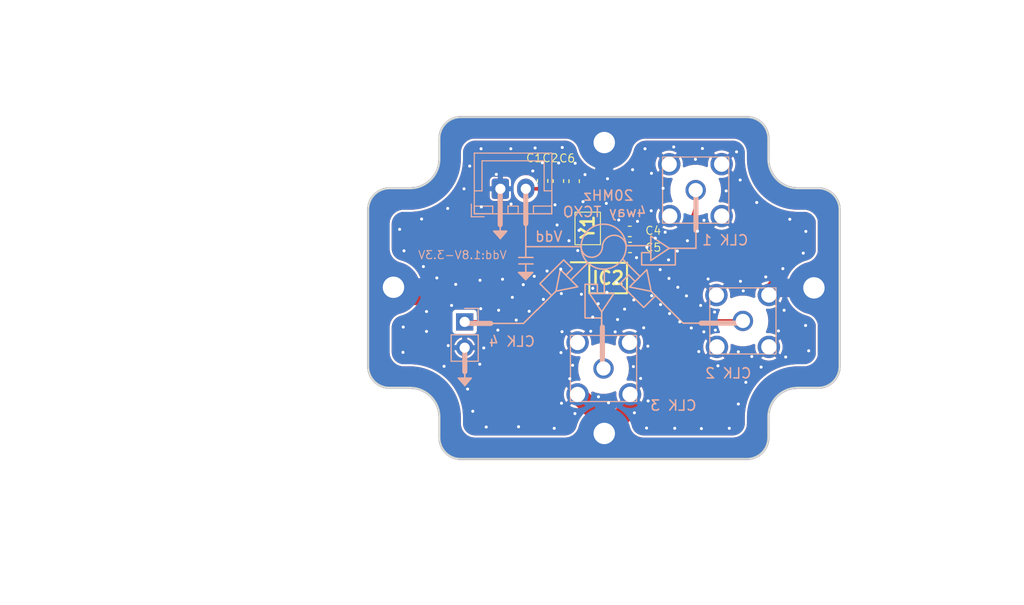
<source format=kicad_pcb>
(kicad_pcb (version 20240108) (generator "pcbnew") (generator_version "8.0")
  (layers (0 "F.Cu" signal) (1 "In1.Cu" signal) (2 "In2.Cu" signal) (31 "B.Cu" signal) (34 "B.Paste" user) (35 "F.Paste" user) (36 "B.SilkS" user "B.Silkscreen") (37 "F.SilkS" user "F.Silkscreen") (38 "B.Mask" user) (39 "F.Mask" user) (44 "Edge.Cuts" user))
  (net 0 "")
  (net 1 "GND")
  (net 2 "Net-(IC2-Y0)")
  (net 3 "Net-(IC2-Y2)")
  (net 4 "Net-(IC2-Y3)")
  (net 5 "Net-(IC2-Y1)")
  (net 6 "Net-(IC2-CLKIN)")
  (net 7 "/Vdd")
  (footprint "Capacitor_SMD:C_0603_1608Metric" (layer "F.Cu") (at 145.161 57.0106 90)
    (property "Reference" "C1" (at 2.2482 -0.8382 0) (layer "F.SilkS") (effects (font (size 0.8 0.8) (thickness 0.1))))
    (property "Value" "10uf")
    (fp_line (start -0.14058 -0.51) (end 0.14058 -0.51) (stroke (width 0.12)) (layer "F.SilkS"))
    (fp_line (start -0.14058 0.51) (end 0.14058 0.51) (stroke (width 0.12)) (layer "F.SilkS"))
    (pad "1" smd roundrect (at -0.775 0 90) (size 0.9 0.95) (layers "F.Cu" "F.Paste" "F.Mask") (net 7 "/Vdd"))
    (pad "2" smd roundrect (at 0.775 0 90) (size 0.9 0.95) (layers "F.Cu" "F.Paste" "F.Mask") (net 1 "GND"))
  )
  (footprint "MUSIC_Lab:CLKDivider_SOP65P640X120-8N" (layer "F.Cu") (at 151.6006 66.5578)
    (property "Reference" "IC2" (at 0 0 0) (layer "F.SilkS") (effects (font (size 1.27 1.27) (thickness 0.254))))
    (property "Value" "CLKDivider_5PB1104PGGI" (hide yes))
    (fp_line (start -3.675 -1.55) (end -2.2 -1.55) (stroke (width 0.2)) (layer "F.SilkS"))
    (fp_line (start -1.85 -1.5) (end 1.85 -1.5) (stroke (width 0.2)) (layer "F.SilkS"))
    (fp_line (start -1.85 1.5) (end -1.85 -1.5) (stroke (width 0.2)) (layer "F.SilkS"))
    (fp_line (start 1.85 -1.5) (end 1.85 1.5) (stroke (width 0.2)) (layer "F.SilkS"))
    (fp_line (start 1.85 1.5) (end -1.85 1.5) (stroke (width 0.2)) (layer "F.SilkS"))
    (pad "1" smd rect (at -2.938 -0.975 90) (size 0.45 1.475) (layers "F.Cu" "F.Paste" "F.Mask") (net 6 "Net-(IC2-CLKIN)"))
    (pad "2" smd rect (at -2.938 -0.325 90) (size 0.45 1.475) (layers "F.Cu" "F.Paste" "F.Mask") (net 7 "/Vdd"))
    (pad "3" smd rect (at -2.938 0.325 90) (size 0.45 1.475) (layers "F.Cu" "F.Paste" "F.Mask") (net 2 "Net-(IC2-Y0)"))
    (pad "4" smd rect (at -2.938 0.975 90) (size 0.45 1.475) (layers "F.Cu" "F.Paste" "F.Mask") (net 1 "GND"))
    (pad "5" smd rect (at 2.938 0.975 90) (size 0.45 1.475) (layers "F.Cu" "F.Paste" "F.Mask") (net 3 "Net-(IC2-Y2)"))
    (pad "6" smd rect (at 2.938 0.325 90) (size 0.45 1.475) (layers "F.Cu" "F.Paste" "F.Mask") (net 7 "/Vdd"))
    (pad "7" smd rect (at 2.938 -0.325 90) (size 0.45 1.475) (layers "F.Cu" "F.Paste" "F.Mask") (net 4 "Net-(IC2-Y3)"))
    (pad "8" smd rect (at 2.938 -0.975 90) (size 0.45 1.475) (layers "F.Cu" "F.Paste" "F.Mask") (net 5 "Net-(IC2-Y1)"))
  )
  (footprint "Capacitor_SMD:C_0603_1608Metric" (layer "F.Cu") (at 148.2598 57.036 90)
    (property "Reference" "C6" (at 2.2482 -0.6858 0) (layer "F.SilkS") (effects (font (size 0.8 0.8) (thickness 0.1))))
    (property "Value" "0.1nF")
    (fp_line (start -0.14058 -0.51) (end 0.14058 -0.51) (stroke (width 0.12)) (layer "F.SilkS"))
    (fp_line (start -0.14058 0.51) (end 0.14058 0.51) (stroke (width 0.12)) (layer "F.SilkS"))
    (pad "1" smd roundrect (at -0.775 0 90) (size 0.9 0.95) (layers "F.Cu" "F.Paste" "F.Mask") (net 7 "/Vdd"))
    (pad "2" smd roundrect (at 0.775 0 90) (size 0.9 0.95) (layers "F.Cu" "F.Paste" "F.Mask") (net 1 "GND"))
  )
  (footprint "Capacitor_SMD:C_0603_1608Metric" (layer "F.Cu") (at 146.7104 57.023 90)
    (property "Reference" "C2" (at 2.2606 -0.7874 0) (layer "F.SilkS") (effects (font (size 0.8 0.8) (thickness 0.1))))
    (property "Value" "0.1uF")
    (fp_line (start -0.14058 -0.51) (end 0.14058 -0.51) (stroke (width 0.12)) (layer "F.SilkS"))
    (fp_line (start -0.14058 0.51) (end 0.14058 0.51) (stroke (width 0.12)) (layer "F.SilkS"))
    (pad "1" smd roundrect (at -0.775 0 90) (size 0.9 0.95) (layers "F.Cu" "F.Paste" "F.Mask") (net 7 "/Vdd"))
    (pad "2" smd roundrect (at 0.775 0 90) (size 0.9 0.95) (layers "F.Cu" "F.Paste" "F.Mask") (net 1 "GND"))
  )
  (footprint "MUSIC_Lab:Outline_3x2_cavity_20231207" (layer "F.Cu") (at 92.112414 68.368333)
    (property "Reference" "outline1" (hide yes))
    (property "Value" "~" (hide yes))
    (fp_poly (pts (arc (start 40.014266 -10.63046) (mid 42.065222 -11.479792) (end 42.915266 -13.53046)) (arc (start 42.915266 -15.53146) (mid 43.519059 -17.004615) (end 44.983086 -17.630228)) (arc (start 73.218048 -17.630228) (mid 74.636163 -16.979894) (end 75.215266 -15.531228)) (arc (start 75.215266 -13.53046) (mid 76.065266 -11.479773) (end 78.116266 -10.63046)) (arc (start 80.115266 -10.63046) (mid 81.600154 -10.015368) (end 82.215266 -8.53046)) (arc (start 82.215266 6.870172) (mid 81.600201 8.355102) (end 80.115266 8.970172)) (arc (start 78.116266 8.970172) (mid 76.065327 9.819526) (end 75.215266 11.870172)) (arc (start 75.215266 13.871172) (mid 74.600141 15.355749) (end 73.115266 15.970172)) (arc (start 45.015266 15.970172) (mid 43.530389 15.355755) (end 42.915266 13.871171)) (arc (start 42.915266 11.870171) (mid 42.065217 9.819513) (end 40.014266 8.970171)) (arc (start 38.015266 8.970171) (mid 36.530329 8.355108) (end 35.915266 6.870171)) (arc (start 35.915266 -8.53046) (mid 36.530335 -10.015387) (end 38.015266 -10.63046))) (stroke (width 0.2)) (fill none) (layer "Edge.Cuts"))
    (pad "1" thru_hole circle (at 38.398739 -0.903309) (size 3 3) (drill 2.1) (layers "*.Cu" "*.Mask") (net 1 "GND"))
    (pad "1" thru_hole custom (at 59.10404 -15.129639) (size 3 3) (drill 2.1) (layers "*.Cu" "*.Mask") (net 1 "GND") (options (clearance outline) (anchor circle)) (primitives (gr_rect (start -14.1641 -2.491458) (end 14.10596 -0.489264) (width 0.2) (fill yes)) (gr_line (start -14.117481 -2.5) (end -14.117481 -2.5) (width 0.2)) (gr_arc (start -3.872983 -0.5) (mid -2.954391 -0.185897) (end -2.420613 0.625) (width 0.2)) (gr_arc (start 2.420614 0.625) (mid 0 2.499999) (end -2.420614 0.625) (width 0.2)) (gr_arc (start 2.420614 0.625) (mid 2.954419 -0.185861) (end 3.872983 -0.5) (width 0.2)) (gr_arc (start 12.614699 -0.5) (mid 13.675348 -0.060649) (end 14.1147 0.999999) (width 0.2)) (gr_line (start 14.114699 1.600113) (end 14.114699 0.999999) (width 0.2)) (gr_arc (start 14.117481 -2.5) (mid 15.535602 -1.849667) (end 16.114706 -0.401) (width 0.2)) (gr_line (start 16.114699 1.599768) (end 16.114699 -0.401) (width 0.2)) (gr_arc (start 19.015699 4.499768) (mid 16.964748 3.650436) (end 16.114732 1.599768) (width 0.2)) (gr_line (start 21.014699 4.499768) (end 19.015699 4.499768) (width 0.2)) (gr_arc (start 19.015699 6.499768) (mid 15.550636 5.06478) (end 14.114692 1.600113) (width 0.2)) (gr_line (start 19.614699 6.499768) (end 19.015699 6.499768) (width 0.2)) (gr_arc (start 19.614699 6.499768) (mid 20.675371 6.939106) (end 21.114732 7.999768) (width 0.2)) (gr_rect (start 21.075272 6.569293) (end 23.114699 22.0004) (width 0.2) (fill yes)) (gr_arc (start 19.990449 16.720375) (mid 20.800747 17.25433) (end 21.114695 18.17255) (width 0.2)) (gr_arc (start 19.990449 16.720375) (mid 18.116681 14.300081) (end 19.990447 11.879785) (width 0.2)) (gr_arc (start 21.014699 4.499768) (mid 22.499635 5.114841) (end 23.114732 6.599768) (width 0.2)) (gr_arc (start 21.114699 10.427617) (mid 20.800784 11.34586) (end 19.990445 11.879775) (width 0.2)) (gr_arc (start 21.114699 20.6004) (mid 20.675365 21.661066) (end 19.614699 22.100399) (width 0.2)) (gr_line (start 19.614699 22.1004) (end 19.015699 22.1004) (width 0.2)) (gr_arc (start 14.114699 27.000055) (mid 15.550667 23.535417) (end 19.015699 22.100399) (width 0.2)) (gr_line (start 14.114699 27.000055) (end 14.114699 27.6004) (width 0.2)) (gr_arc (start 14.114699 27.6004) (mid 13.675365 28.661066) (end 12.614699 29.100399) (width 0.2)) (gr_rect (start -14.085301 29.100168) (end 14.074699 31.1004) (width 0.2) (fill yes)) (gr_arc (start -14.085301 31.1004) (mid -15.570176 30.485982) (end -16.185301 29.001399) (width 0.2)) (gr_line (start -16.185301 27.000399) (end -16.185301 29.001399) (width 0.2)) (gr_arc (start -19.086301 24.100399) (mid -17.035349 24.94974) (end -16.185301 27.000399) (width 0.2)) (gr_line (start -21.085301 24.100399) (end -19.086301 24.100399) (width 0.2)) (gr_arc (start -21.085301 24.100399) (mid -22.570236 23.485334) (end -23.185301 22.000399) (width 0.2)) (gr_rect (start -23.183263 6.46226) (end -21.185301 21.990399) (width 0.2) (fill yes)) (gr_line (start -23.185301 6.599768) (end -23.185301 6.599768) (width 0.2)) (gr_arc (start -19.685301 22.100399) (mid -20.745973 21.661071) (end -21.185301 20.600399) (width 0.2)) (gr_line (start -19.685301 22.100399) (end -19.086301 22.100399) (width 0.2)) (gr_arc (start -19.086301 22.100399) (mid -15.621245 23.535393) (end -14.185301 27.000055) (width 0.2)) (gr_line (start -14.185301 27.000055) (end -14.185301 27.6004) (width 0.2)) (gr_arc (start -12.685301 29.1004) (mid -13.745973 28.661072) (end -14.185301 27.6004) (width 0.2)) (gr_arc (start -2.421076 27.974326) (mid -2.95473 28.785908) (end -3.873722 29.1004) (width 0.2)) (gr_arc (start -2.421076 27.974326) (mid 0 26.097536) (end 2.421076 27.974326) (width 0.2)) (gr_arc (start 3.873722 29.1004) (mid 2.954756 28.785874) (end 2.421077 27.974326) (width 0.2)) (gr_arc (start 16.114699 29.0014) (mid 15.499568 30.485976) (end 14.014699 31.100399) (width 0.2)) (gr_line (start 16.114699 27.0004) (end 16.114699 29.0014) (width 0.2)) (gr_arc (start 16.114699 27.0004) (mid 16.964759 24.949753) (end 19.015699 24.100399) (width 0.2)) (gr_line (start 21.014699 24.1004) (end 19.015699 24.1004) (width 0.2)) (gr_arc (start 23.114699 22.0004) (mid 22.499629 23.48533) (end 21.014699 24.100399) (width 0.2)) (gr_circle (center 0 0) (end 1 0) (width 0.2) (fill no)) (gr_circle (center 0 28.597536) (end 1 28.597536) (width 0.2) (fill no)) (gr_circle (center 20.616699 14.300084) (end 21.616699 14.300084) (width 0.2) (fill no)) (gr_poly (pts (xy -19.685301 14.300084) (xy -19.704516 14.104994) (xy -19.761421 13.917401) (xy -19.853831 13.744514) (xy -19.978194 13.592977) (xy -20.129731 13.468614) (xy -20.302618 13.376204) (xy -20.490211 13.319299) (xy -20.685301 13.300084) (xy -20.880391 13.319299) (xy -21.067984 13.376204) (xy -21.240871 13.468614) (xy -21.392408 13.592977) (xy -21.516771 13.744514) (xy -21.609181 13.917401) (xy -21.666086 14.104994) (xy -21.685301 14.300084) (xy -21.666086 14.495174) (xy -21.609181 14.682767) (xy -21.516771 14.855654) (xy -21.392408 15.007191) (xy -21.240871 15.131554) (xy -21.067984 15.223964) (xy -20.880391 15.280869) (xy -20.685301 15.300084) (xy -20.490211 15.280869) (xy -20.302618 15.223964) (xy -20.129731 15.131554) (xy -19.978194 15.007191) (xy -19.853831 14.855654) (xy -19.761421 14.682767) (xy -19.704516 14.495174) (xy -19.685301 14.300084)) (width 0.2) (fill no)) (gr_poly (pts (xy -23.17404 10.239639) (arc (start -21.185301 10.4271) (mid -20.87116 11.345664) (end -20.060301 11.879469)) (arc (start -20.060301 11.879469) (mid -18.185305 14.30008) (end -20.060301 16.720698)) (arc (start -20.060301 16.720698) (mid -20.871162 17.254503) (end -21.185301 18.173067)) (xy -23.18404 18.199639)) (width 0.2) (fill yes)) (gr_poly (pts (xy -4.061183 31.089139) (arc (start -3.873722 29.1004) (mid -2.955158 28.786259) (end -2.421353 27.9754)) (arc (start -2.421353 27.9754) (mid -0.000742 26.100404) (end 2.419876 27.9754)) (arc (start 2.419876 27.9754) (mid 2.953681 28.786261) (end 3.872245 29.1004)) (xy 3.898817 31.099139)) (width 0.2) (fill yes)) (gr_poly (pts (xy 4.254003 -2.479042) (arc (start 4.066542 -0.490303) (mid 3.147978 -0.176162) (end 2.614173 0.634697)) (arc (start 2.614173 0.634697) (mid 0.193562 2.509693) (end -2.227056 0.634697)) (arc (start -2.227056 0.634697) (mid -2.760861 -0.176164) (end -3.679425 -0.490303)) (xy -3.705997 -2.489042)) (width 0.2) (fill yes)) (gr_poly (pts (xy 23.103438 18.360011) (arc (start 21.114699 18.17255) (mid 20.800558 17.253986) (end 19.989699 16.720181)) (arc (start 19.989699 16.720181) (mid 18.114703 14.29957) (end 19.989699 11.878952)) (arc (start 19.989699 11.878952) (mid 20.80056 11.345147) (end 21.114699 10.426583)) (xy 23.113438 10.400011)) (width 0.2) (fill yes)) (gr_poly (pts (arc (start -19.085188 22.100399) (mid -15.620532 23.536352) (end -14.185533 27.001399)) (arc (start -14.185533 27.600399) (mid -13.746198 28.661067) (end -12.685533 29.100399)) (arc (start -14.085533 31.100399) (mid -15.570462 30.485331) (end -16.185533 29.000399)) (arc (start -16.185533 27.001399) (mid -17.034868 24.950444) (end -19.085533 24.100399)) (arc (start -21.086533 24.100399) (mid -22.55969 23.496607) (end -23.185301 22.032579)) (arc (start -21.185301 20.600399) (mid -20.745958 21.661049) (end -19.685302 22.100399))) (width 0.2) (fill yes)) (gr_poly (pts (arc (start -14.185301 1.600113) (mid -15.621254 5.064769) (end -19.086301 6.499768)) (arc (start -19.685301 6.499768) (mid -20.745969 6.939103) (end -21.185301 7.999768)) (arc (start -23.185301 6.599768) (mid -22.570233 5.114839) (end -21.085301 4.499768)) (arc (start -19.086301 4.499768) (mid -17.035346 3.650433) (end -16.185301 1.599768)) (arc (start -16.185301 -0.401232) (mid -15.581509 -1.874389) (end -14.117481 -2.5)) (arc (start -12.685301 -0.5) (mid -13.745951 -0.060657) (end -14.185301 0.999999))) (width 0.2) (fill yes)) (gr_poly (pts (arc (start 14.114699 27.000055) (mid 15.550652 23.535399) (end 19.015699 22.1004)) (arc (start 19.614699 22.1004) (mid 20.675367 21.661065) (end 21.114699 20.6004)) (arc (start 23.114699 22.0004) (mid 22.499631 23.485329) (end 21.014699 24.1004)) (arc (start 19.015699 24.1004) (mid 16.964744 24.949735) (end 16.114699 27.0004)) (arc (start 16.114699 29.0014) (mid 15.510907 30.474557) (end 14.046879 31.100168)) (arc (start 12.614699 29.100168) (mid 13.675349 28.660825) (end 14.114699 27.600169))) (width 0.2) (fill yes)) (gr_poly (pts (arc (start 19.014354 6.5) (mid 15.549698 5.064047) (end 14.114699 1.599)) (arc (start 14.114699 1) (mid 13.675364 -0.060668) (end 12.614699 -0.5)) (arc (start 14.014699 -2.5) (mid 15.499628 -1.884932) (end 16.114699 -0.4)) (arc (start 16.114699 1.599) (mid 16.964034 3.649955) (end 19.014699 4.5)) (arc (start 21.015699 4.5) (mid 22.488856 5.103792) (end 23.114467 6.56782)) (arc (start 21.114467 8) (mid 20.675124 6.93935) (end 19.614468 6.5))) (width 0.2) (fill yes))))
    (pad "1" thru_hole circle (at 59.10404 13.467897) (size 3 3) (drill 2.1) (layers "*.Cu" "*.Mask") (net 1 "GND"))
    (pad "1" thru_hole circle (at 79.699312 -0.844793) (size 3 3) (drill 2.1) (layers "*.Cu" "*.Mask") (net 1 "GND"))
  )
  (footprint "Capacitor_SMD:C_0603_1608Metric" (layer "F.Cu") (at 153.7462 63.5508)
    (property "Reference" "C5" (at 2.286 0.005 0) (layer "F.SilkS") (effects (font (size 0.8 0.8) (thickness 0.1))))
    (property "Value" "0.1nF")
    (fp_line (start -0.14058 -0.51) (end 0.14058 -0.51) (stroke (width 0.12)) (layer "F.SilkS"))
    (fp_line (start -0.14058 0.51) (end 0.14058 0.51) (stroke (width 0.12)) (layer "F.SilkS"))
    (pad "1" smd roundrect (at -0.775 0) (size 0.9 0.95) (layers "F.Cu" "F.Paste" "F.Mask") (net 7 "/Vdd"))
    (pad "2" smd roundrect (at 0.775 0) (size 0.9 0.95) (layers "F.Cu" "F.Paste" "F.Mask") (net 1 "GND"))
  )
  (footprint "MUSIC_Lab:TXCO_ECSTXO3225MV400TR" (layer "F.Cu") (at 149.5704 61.6896 -90)
    (property "Reference" "Y1" (at -0.1454 -0.0152 90) (layer "F.SilkS") (effects (font (size 1.27 1.27) (thickness 0.254))))
    (property "Value" "TCXO_ECS-TXO-3225MV-400-TR" (hide yes))
    (fp_line (start -1.15 2) (end -1.15 2) (stroke (width 0.1)) (layer "F.SilkS"))
    (fp_line (start -1.15 1.9) (end -1.15 1.9) (stroke (width 0.1)) (layer "F.SilkS"))
    (fp_rect (start -1.61 -1.27) (end 1.59 1.23) (stroke (width 0.1)) (fill none) (layer "F.SilkS"))
    (fp_arc (start -1.15 2) (mid -1.2 1.95) (end -1.15 1.9) (stroke (width 0.1)) (layer "F.SilkS"))
    (fp_arc (start -1.15 1.9) (mid -1.1 1.95) (end -1.15 2) (stroke (width 0.1)) (layer "F.SilkS"))
    (pad "1" smd rect (at -1.15 0.95) (size 1.1 1.3) (layers "F.Cu" "F.Paste" "F.Mask") (net 7 "/Vdd"))
    (pad "2" smd rect (at 1.15 0.95) (size 1.1 1.3) (layers "F.Cu" "F.Paste" "F.Mask") (net 1 "GND"))
    (pad "3" smd rect (at 1.15 -0.95) (size 1.1 1.3) (layers "F.Cu" "F.Paste" "F.Mask") (net 6 "Net-(IC2-CLKIN)"))
    (pad "4" smd rect (at -1.15 -0.95) (size 1.1 1.3) (layers "F.Cu" "F.Paste" "F.Mask") (net 7 "/Vdd"))
  )
  (footprint "Capacitor_SMD:C_0603_1608Metric" (layer "F.Cu") (at 153.7208 61.976)
    (property "Reference" "C4" (at 2.3114 -0.0762 0) (layer "F.SilkS") (effects (font (size 0.8 0.8) (thickness 0.1))))
    (property "Value" "1uF")
    (fp_line (start -0.14058 -0.51) (end 0.14058 -0.51) (stroke (width 0.12)) (layer "F.SilkS"))
    (fp_line (start -0.14058 0.51) (end 0.14058 0.51) (stroke (width 0.12)) (layer "F.SilkS"))
    (pad "1" smd roundrect (at -0.775 0) (size 0.9 0.95) (layers "F.Cu" "F.Paste" "F.Mask") (net 7 "/Vdd"))
    (pad "2" smd roundrect (at 0.775 0) (size 0.9 0.95) (layers "F.Cu" "F.Paste" "F.Mask") (net 1 "GND"))
  )
  (footprint "Connector_PinHeader_2.54mm:PinHeader_1x02_P2.54mm_Vertical" (layer "B.Cu") (at 137.5064 70.866 180)
    (property "Reference" "J1" (hide yes))
    (property "Value" "Conn_01x02_Pin")
    (fp_line (start 1.33 -1.27) (end -1.33 -1.27) (stroke (width 0.12)) (layer "B.SilkS"))
    (fp_line (start 1.33 -3.87) (end 1.33 -1.27) (stroke (width 0.12)) (layer "B.SilkS"))
    (fp_line (start 1.33 -3.87) (end -1.33 -3.87) (stroke (width 0.12)) (layer "B.SilkS"))
    (fp_line (start 0 1.33) (end -1.33 1.33) (stroke (width 0.12)) (layer "B.SilkS"))
    (fp_line (start -1.33 1.33) (end -1.33 0) (stroke (width 0.12)) (layer "B.SilkS"))
    (fp_line (start -1.33 -3.87) (end -1.33 -1.27) (stroke (width 0.12)) (layer "B.SilkS"))
    (pad "1" thru_hole rect (at 0 0 180) (size 1.7 1.7) (drill 1) (layers "*.Cu" "*.Mask") (net 2 "Net-(IC2-Y0)"))
    (pad "2" thru_hole oval (at 0 -2.54 180) (size 1.7 1.7) (drill 1) (layers "*.Cu" "*.Mask") (net 1 "GND"))
  )
  (footprint "MUSIC_Lab:SMA_KHD_Back" (layer "B.Cu") (at 160.1978 57.912)
    (property "Reference" "J4" (hide yes))
    (property "Value" "Conn_01x02_Pin")
    (fp_rect (start 3.25 -3.25) (end -3.25 3.25) (stroke (width 0.12)) (fill none) (layer "B.SilkS"))
    (pad "1" thru_hole circle (at 0 0) (size 2 2) (drill 1.4) (layers "*.Cu" "*.Mask") (net 5 "Net-(IC2-Y1)"))
    (pad "2" thru_hole circle (at -2.6 -2.54) (size 2.2 2.2) (drill 1.5) (layers "*.Cu" "*.Mask") (net 1 "GND") (thermal_bridge_width 0.5) (thermal_gap 0.25))
    (pad "2" thru_hole circle (at -2.55 2.55) (size 2.2 2.2) (drill 1.5) (layers "*.Cu" "*.Mask") (net 1 "GND") (thermal_bridge_width 0.5) (thermal_gap 0.25))
    (pad "2" thru_hole circle (at 2.55 -2.55) (size 2.2 2.2) (drill 1.5) (layers "*.Cu" "*.Mask") (net 1 "GND") (thermal_bridge_width 0.5) (thermal_gap 0.25))
    (pad "2" thru_hole circle (at 2.55 2.55) (size 2.2 2.2) (drill 1.5) (layers "*.Cu" "*.Mask") (net 1 "GND") (thermal_bridge_width 0.5) (thermal_gap 0.25))
    (zone (net 0) (net_name "") (layers "*.Cu") (connect_pads (clearance 0)) (min_thickness 0.25)
      (keepout (tracks allowed) (vias not_allowed) (pads allowed) (copperpour not_allowed) (footprints allowed))
      (fill (thermal_gap 0.5) (thermal_bridge_width 0.5))
      (polygon (pts (xy 162.6978 57.912) (xy 162.678087 58.225333) (xy 162.619258 58.533725) (xy 162.522241 58.832311) (xy 162.388567 59.116384) (xy 162.220342 59.381463) (xy 162.020222 59.623368) (xy 161.79136 59.838283) (xy 161.537367 60.02282) (xy 161.262248 60.174068) (xy 160.970342 60.289641) (xy 160.666253 60.367718) (xy 160.354776 60.407067) (xy 160.040824 60.407067) (xy 159.729347 60.367718) (xy 159.425258 60.289641) (xy 159.133352 60.174068) (xy 158.858233 60.02282) (xy 158.60424 59.838283) (xy 158.375378 59.623368) (xy 158.175258 59.381463) (xy 158.007033 59.116384) (xy 157.873359 58.832311) (xy 157.776342 58.533725) (xy 157.717513 58.225333) (xy 157.6978 57.912) (xy 157.717513 57.598667) (xy 157.776342 57.290275) (xy 157.873359 56.991689) (xy 158.007033 56.707616) (xy 158.175258 56.442537) (xy 158.375378 56.200632) (xy 158.60424 55.985717) (xy 158.858233 55.80118) (xy 159.133352 55.649932) (xy 159.425258 55.534359) (xy 159.729347 55.456282) (xy 160.040824 55.416933) (xy 160.354776 55.416933) (xy 160.666253 55.456282) (xy 160.970342 55.534359) (xy 161.262248 55.649932) (xy 161.537367 55.80118) (xy 161.79136 55.985717) (xy 162.020222 56.200632) (xy 162.220342 56.442537) (xy 162.388567 56.707616) (xy 162.522241 56.991689) (xy 162.619258 57.290275) (xy 162.678087 57.598667)))
    )
  )
  (footprint "MUSIC_Lab:SMA_KHD_Back" (layer "B.Cu") (at 151.1454 75.448 180)
    (property "Reference" "J2" (hide yes))
    (property "Value" "Conn_01x02_Pin")
    (fp_rect (start 3.25 -3.25) (end -3.25 3.25) (stroke (width 0.12)) (fill none) (layer "B.SilkS"))
    (pad "1" thru_hole circle (at 0 0 180) (size 2 2) (drill 1.4) (layers "*.Cu" "*.Mask") (net 3 "Net-(IC2-Y2)"))
    (pad "2" thru_hole circle (at -2.6 -2.54 180) (size 2.2 2.2) (drill 1.5) (layers "*.Cu" "*.Mask") (net 1 "GND") (thermal_bridge_width 0.5) (thermal_gap 0.25))
    (pad "2" thru_hole circle (at -2.55 2.55 180) (size 2.2 2.2) (drill 1.5) (layers "*.Cu" "*.Mask") (net 1 "GND") (thermal_bridge_width 0.5) (thermal_gap 0.25))
    (pad "2" thru_hole circle (at 2.55 -2.55 180) (size 2.2 2.2) (drill 1.5) (layers "*.Cu" "*.Mask") (net 1 "GND") (thermal_bridge_width 0.5) (thermal_gap 0.25))
    (pad "2" thru_hole circle (at 2.55 2.55 180) (size 2.2 2.2) (drill 1.5) (layers "*.Cu" "*.Mask") (net 1 "GND") (thermal_bridge_width 0.5) (thermal_gap 0.25))
    (zone (net 0) (net_name "") (layers "*.Cu") (connect_pads (clearance 0)) (min_thickness 0.25)
      (keepout (tracks allowed) (vias not_allowed) (pads allowed) (copperpour not_allowed) (footprints allowed))
      (fill (thermal_gap 0.5) (thermal_bridge_width 0.5))
      (polygon (pts (xy 148.6454 75.448) (xy 148.665113 75.134667) (xy 148.723942 74.826275) (xy 148.820959 74.527689) (xy 148.954633 74.243616) (xy 149.122858 73.978537) (xy 149.322978 73.736632) (xy 149.55184 73.521717) (xy 149.805833 73.33718) (xy 150.080952 73.185932) (xy 150.372858 73.070359) (xy 150.676947 72.992282) (xy 150.988424 72.952933) (xy 151.302376 72.952933) (xy 151.613853 72.992282) (xy 151.917942 73.070359) (xy 152.209848 73.185932) (xy 152.484967 73.33718) (xy 152.73896 73.521717) (xy 152.967822 73.736632) (xy 153.167942 73.978537) (xy 153.336167 74.243616) (xy 153.469841 74.527689) (xy 153.566858 74.826275) (xy 153.625687 75.134667) (xy 153.6454 75.448) (xy 153.625687 75.761333) (xy 153.566858 76.069725) (xy 153.469841 76.368311) (xy 153.336167 76.652384) (xy 153.167942 76.917463) (xy 152.967822 77.159368) (xy 152.73896 77.374283) (xy 152.484967 77.55882) (xy 152.209848 77.710068) (xy 151.917942 77.825641) (xy 151.613853 77.903718) (xy 151.302376 77.943067) (xy 150.988424 77.943067) (xy 150.676947 77.903718) (xy 150.372858 77.825641) (xy 150.080952 77.710068) (xy 149.805833 77.55882) (xy 149.55184 77.374283) (xy 149.322978 77.159368) (xy 149.122858 76.917463) (xy 148.954633 76.652384) (xy 148.820959 76.368311) (xy 148.723942 76.069725) (xy 148.665113 75.761333)))
    )
  )
  (footprint "MUSIC_Lab:SMA_KHD_Back" (layer "B.Cu") (at 164.836 70.7744)
    (property "Reference" "J3" (hide yes))
    (property "Value" "Conn_01x02_Pin")
    (fp_rect (start 3.25 -3.25) (end -3.25 3.25) (stroke (width 0.12)) (fill none) (layer "B.SilkS"))
    (pad "1" thru_hole circle (at 0 0) (size 2 2) (drill 1.4) (layers "*.Cu" "*.Mask") (net 4 "Net-(IC2-Y3)"))
    (pad "2" thru_hole circle (at -2.6 -2.54) (size 2.2 2.2) (drill 1.5) (layers "*.Cu" "*.Mask") (net 1 "GND") (thermal_bridge_width 0.5) (thermal_gap 0.25))
    (pad "2" thru_hole circle (at -2.55 2.55) (size 2.2 2.2) (drill 1.5) (layers "*.Cu" "*.Mask") (net 1 "GND") (thermal_bridge_width 0.5) (thermal_gap 0.25))
    (pad "2" thru_hole circle (at 2.55 -2.55) (size 2.2 2.2) (drill 1.5) (layers "*.Cu" "*.Mask") (net 1 "GND") (thermal_bridge_width 0.5) (thermal_gap 0.25))
    (pad "2" thru_hole circle (at 2.55 2.55) (size 2.2 2.2) (drill 1.5) (layers "*.Cu" "*.Mask") (net 1 "GND") (thermal_bridge_width 0.5) (thermal_gap 0.25))
    (zone (net 0) (net_name "") (layers "*.Cu") (connect_pads (clearance 0)) (min_thickness 0.25)
      (keepout (tracks allowed) (vias not_allowed) (pads allowed) (copperpour not_allowed) (footprints allowed))
      (fill (thermal_gap 0.5) (thermal_bridge_width 0.5))
      (polygon (pts (xy 167.336 70.7744) (xy 167.316287 71.087733) (xy 167.257458 71.396125) (xy 167.160441 71.694711) (xy 167.026767 71.978784) (xy 166.858542 72.243863) (xy 166.658422 72.485768) (xy 166.42956 72.700683) (xy 166.175567 72.88522) (xy 165.900448 73.036468) (xy 165.608542 73.152041) (xy 165.304453 73.230118) (xy 164.992976 73.269467) (xy 164.679024 73.269467) (xy 164.367547 73.230118) (xy 164.063458 73.152041) (xy 163.771552 73.036468) (xy 163.496433 72.88522) (xy 163.24244 72.700683) (xy 163.013578 72.485768) (xy 162.813458 72.243863) (xy 162.645233 71.978784) (xy 162.511559 71.694711) (xy 162.414542 71.396125) (xy 162.355713 71.087733) (xy 162.336 70.7744) (xy 162.355713 70.461067) (xy 162.414542 70.152675) (xy 162.511559 69.854089) (xy 162.645233 69.570016) (xy 162.813458 69.304937) (xy 163.013578 69.063032) (xy 163.24244 68.848117) (xy 163.496433 68.66358) (xy 163.771552 68.512332) (xy 164.063458 68.396759) (xy 164.367547 68.318682) (xy 164.679024 68.279333) (xy 164.992976 68.279333) (xy 165.304453 68.318682) (xy 165.608542 68.396759) (xy 165.900448 68.512332) (xy 166.175567 68.66358) (xy 166.42956 68.848117) (xy 166.658422 69.063032) (xy 166.858542 69.304937) (xy 167.026767 69.570016) (xy 167.160441 69.854089) (xy 167.257458 70.152675) (xy 167.316287 70.461067)))
    )
  )
  (footprint "Connector_JST:JST_XH_B2B-XH-A_1x02_P2.50mm_Vertical" (layer "B.Cu") (at 141.01 57.785)
    (property "Reference" "J6" (hide yes))
    (property "Value" "Conn_01x02_Pin")
    (fp_line (start -2.85 1.5) (end -2.85 2.75) (stroke (width 0.12)) (layer "B.SilkS"))
    (fp_line (start -2.85 2.75) (end -1.6 2.75) (stroke (width 0.12)) (layer "B.SilkS"))
    (fp_line (start -2.56 -3.51) (end -2.56 2.46) (stroke (width 0.12)) (layer "B.SilkS"))
    (fp_line (start -2.56 2.46) (end 5.06 2.46) (stroke (width 0.12)) (layer "B.SilkS"))
    (fp_line (start -2.55 1.7) (end -2.55 2.45) (stroke (width 0.12)) (layer "B.SilkS"))
    (fp_line (start -2.55 2.45) (end -0.75 2.45) (stroke (width 0.12)) (layer "B.SilkS"))
    (fp_line (start -1.8 -2.75) (end -1.8 0.2) (stroke (width 0.12)) (layer "B.SilkS"))
    (fp_line (start -1.8 0.2) (end -2.55 0.2) (stroke (width 0.12)) (layer "B.SilkS"))
    (fp_line (start -0.75 1.7) (end -2.55 1.7) (stroke (width 0.12)) (layer "B.SilkS"))
    (fp_line (start -0.75 2.45) (end -0.75 1.7) (stroke (width 0.12)) (layer "B.SilkS"))
    (fp_line (start 0.75 1.7) (end 0.75 2.45) (stroke (width 0.12)) (layer "B.SilkS"))
    (fp_line (start 0.75 2.45) (end 1.75 2.45) (stroke (width 0.12)) (layer "B.SilkS"))
    (fp_line (start 1.25 -2.75) (end -1.8 -2.75) (stroke (width 0.12)) (layer "B.SilkS"))
    (fp_line (start 1.25 -2.75) (end 4.3 -2.75) (stroke (width 0.12)) (layer "B.SilkS"))
    (fp_line (start 1.75 1.7) (end 0.75 1.7) (stroke (width 0.12)) (layer "B.SilkS"))
    (fp_line (start 1.75 2.45) (end 1.75 1.7) (stroke (width 0.12)) (layer "B.SilkS"))
    (fp_line (start 3.25 1.7) (end 3.25 2.45) (stroke (width 0.12)) (layer "B.SilkS"))
    (fp_line (start 3.25 2.45) (end 5.05 2.45) (stroke (width 0.12)) (layer "B.SilkS"))
    (fp_line (start 4.3 -2.75) (end 4.3 0.2) (stroke (width 0.12)) (layer "B.SilkS"))
    (fp_line (start 4.3 0.2) (end 5.05 0.2) (stroke (width 0.12)) (layer "B.SilkS"))
    (fp_line (start 5.05 1.7) (end 3.25 1.7) (stroke (width 0.12)) (layer "B.SilkS"))
    (fp_line (start 5.05 2.45) (end 5.05 1.7) (stroke (width 0.12)) (layer "B.SilkS"))
    (fp_line (start 5.06 -3.51) (end -2.56 -3.51) (stroke (width 0.12)) (layer "B.SilkS"))
    (fp_line (start 5.06 2.46) (end 5.06 -3.51) (stroke (width 0.12)) (layer "B.SilkS"))
    (pad "1" thru_hole roundrect (at 0 0) (size 1.7 2) (drill 1) (layers "*.Cu" "*.Mask") (roundrect_rratio 0.147059) (net 1 "GND"))
    (pad "2" thru_hole oval (at 2.5 0) (size 1.7 2) (drill 1) (layers "*.Cu" "*.Mask") (net 7 "/Vdd"))
  )
  (gr_line (start 144.91071 67.093881) (end 147.23002 64.774571) (stroke (width 0.15)) (layer "B.SilkS"))
  (gr_circle (center 151.1554 63.473717) (end 149.62884 65.073917) (stroke (width 0.15)) (fill none) (layer "B.SilkS"))
  (gr_line (start 147.237091 64.781642) (end 148.050264 65.594815) (stroke (width 0.15)) (layer "B.SilkS"))
  (gr_line (start 147.463365 66.252424) (end 148.085619 65.63017) (stroke (width 0.15)) (layer "B.SilkS"))
  (gr_poly (pts (xy 144.1958 66.0106) (xy 142.7988 66.0106) (xy 143.4973 66.7091)) (stroke (width 0.15)) (fill solid) (layer "B.SilkS"))
  (gr_line (start 160.2232 61.5442) (end 160.2232 63.64) (stroke (width 0.15)) (layer "B.SilkS"))
  (gr_line (start 155.824214 67.863519) (end 157.681502 69.720807) (stroke (width 0.15)) (layer "B.SilkS"))
  (gr_line (start 155.109236 69.436361) (end 156.244142 68.301455) (stroke (width 0.15)) (layer "B.SilkS"))
  (gr_poly (pts (xy 141.631739 61.9506) (xy 140.357361 61.9506) (xy 141.007044 62.675246)) (stroke (width 0.15)) (fill solid) (layer "B.SilkS"))
  (gr_line (start 143.2814 71.0184) (end 138.2649 71.0184) (stroke (width 0.15)) (layer "B.SilkS"))
  (gr_line (start 149.3382 67.1729) (end 150.4882 67.1729) (stroke (width 0.15)) (layer "B.SilkS"))
  (gr_line (start 140.9954 57.8866) (end 140.9954 61.3156) (stroke (width 0.5)) (layer "B.SilkS"))
  (gr_line (start 151.22 68.0611) (end 151.22 65.6989) (stroke (width 0.15)) (layer "B.SilkS"))
  (gr_line (start 150.965933 69.876299) (end 150.965933 72.5029) (stroke (width 0.15)) (layer "B.SilkS"))
  (gr_line (start 154.720327 66.400327) (end 153.05 64.73) (stroke (width 0.15)) (layer "B.SilkS"))
  (gr_line (start 143.51 64.5046) (end 143.51 63.4746) (stroke (width 0.15)) (layer "B.SilkS"))
  (gr_poly (pts (xy 155.39915 65.738193) (xy 155.824214 67.863519) (xy 153.698888 67.438455)) (stroke (width 0.15)) (fill none) (layer "B.SilkS"))
  (gr_line (start 154.232424 66.876635) (end 153.61017 66.254381) (stroke (width 0.15)) (layer "B.SilkS"))
  (gr_line (start 143.51 66.2646) (end 143.51 65.184601) (stroke (width 0.15)) (layer "B.SilkS"))
  (gr_poly (pts (xy 138.154695 76.395354) (xy 136.880317 76.395354) (xy 137.53 77.12)) (stroke (width 0.15)) (fill solid) (layer "B.SilkS"))
  (gr_line (start 155.7782 63.3782) (end 153.416 63.3782) (stroke (width 0.15)) (layer "B.SilkS"))
  (gr_line (start 144.651264 69.646998) (end 143.275883 71.022379) (stroke (width 0.15)) (layer "B.SilkS"))
  (gr_line (start 157.681502 69.720807) (end 158.947887 70.987192) (stroke (width 0.15)) (layer "B.SilkS"))
  (gr_line (start 160.74 70.993001) (end 164.592 70.993001) (stroke (width 0.5)) (layer "B.SilkS"))
  (gr_line (start 150.5382 68.0529) (end 150.5382 67.1729) (stroke (width 0.15)) (layer "B.SilkS"))
  (gr_line (start 144.903639 67.129237) (end 146.038545 68.264143) (stroke (width 0.15)) (layer "B.SilkS"))
  (gr_line (start 143.51 61.2394) (end 143.51 63.4746) (stroke (width 0.15)) (layer "B.SilkS"))
  (gr_arc (start 151.031478 63.473717) (mid 149.987656 64.517538) (end 148.943834 63.473717) (stroke (width 0.15)) (layer "B.SilkS"))
  (gr_line (start 164.592 70.993001) (end 158.97 70.993001) (stroke (width 0.15)) (layer "B.SilkS"))
  (gr_line (start 149.3282 70.4529) (end 149.3282 67.1729) (stroke (width 0.15)) (layer "B.SilkS"))
  (gr_line (start 140.9954 59.817) (end 140.9954 62.1538) (stroke (width 0.15)) (layer "B.SilkS"))
  (gr_line (start 149.348201 70.4829) (end 150.9532 70.4829) (stroke (width 0.15)) (layer "B.SilkS"))
  (gr_line (start 144.2185 64.5346) (end 142.8215 64.5346) (stroke (width 0.15)) (layer "B.SilkS"))
  (gr_line (start 155.073881 69.42929) (end 152.75457 67.10998) (stroke (width 0.15)) (layer "B.SilkS"))
  (gr_line (start 160.2232 58.1152) (end 160.2232 61.88) (stroke (width 0.5)) (layer "B.SilkS"))
  (gr_line (start 147.939672 66.740328) (end 149.61 65.07) (stroke (width 0.15)) (layer "B.SilkS"))
  (gr_line (start 137.518356 73.38) (end 137.518356 75.760354) (stroke (width 0.5)) (layer "B.SilkS"))
  (gr_line (start 155.77 64.06) (end 154.89 64.06) (stroke (width 0.15)) (layer "B.SilkS"))
  (gr_poly (pts (xy 155.79 62.43) (xy 157.593399 63.632267) (xy 155.79 64.834534)) (stroke (width 0.15)) (fill none) (layer "B.SilkS"))
  (gr_line (start 157.593399 63.632267) (end 160.22 63.632267) (stroke (width 0.15)) (layer "B.SilkS"))
  (gr_line (start 150.9532 70.4829) (end 150.9532 74.5342) (stroke (width 0.15)) (layer "B.SilkS"))
  (gr_poly (pts (xy 148.601807 67.41915) (xy 146.47648 67.844215) (xy 146.901545 65.718888)) (stroke (width 0.15)) (fill none) (layer "B.SilkS"))
  (gr_arc (start 151.031478 63.473717) (mid 152.152216 62.35739) (end 153.361344 63.377317) (stroke (width 0.15)) (layer "B.SilkS"))
  (gr_line (start 143.51 57.785) (end 143.51 61.214) (stroke (width 0.5)) (layer "B.SilkS"))
  (gr_line (start 148.971 63.4746) (end 143.51 63.4746) (stroke (width 0.15)) (layer "B.SilkS"))
  (gr_line (start 146.47648 67.844215) (end 144.619193 69.701502) (stroke (width 0.15)) (layer "B.SilkS"))
  (gr_line (start 137.3124 71.0184) (end 140.06 71.0184) (stroke (width 0.5)) (layer "B.SilkS"))
  (gr_line (start 152.761642 67.102909) (end 153.574814 66.289736) (stroke (width 0.15)) (layer "B.SilkS"))
  (gr_poly (pts (xy 152.1682 68.0729) (xy 150.965933 69.876299) (xy 149.763666 68.0729)) (stroke (width 0.15)) (fill none) (layer "B.SilkS"))
  (gr_line (start 144.2185 65.1696) (end 142.8215 65.1696) (stroke (width 0.15)) (layer "B.SilkS"))
  (gr_line (start 158.2 65.25) (end 158.2 63.645) (stroke (width 0.15)) (layer "B.SilkS"))
  (gr_line (start 137.518356 74.261754) (end 137.518356 76.598554) (stroke (width 0.15)) (layer "B.SilkS"))
  (gr_line (start 158.17 65.27) (end 154.89 65.27) (stroke (width 0.15)) (layer "B.SilkS"))
  (gr_line (start 151.03 75.5752) (end 151.03 71.38) (stroke (width 0.5)) (layer "B.SilkS"))
  (gr_line (start 154.89 65.26) (end 154.89 64.11) (stroke (width 0.15)) (layer "B.SilkS"))
  (gr_text "Vdd" (at 145.7706 63.0682 0) (layer "B.SilkS") (effects (font (size 1 1)) (justify bottom mirror)))
  (gr_text "CLK 3" (at 158.01 79.67 0) (layer "B.SilkS") (effects (font (size 1 1)) (justify bottom mirror)))
  (gr_text "20MHz \n4way TCXO\n" (at 151.25 60.64 0) (layer "B.SilkS") (effects (font (size 1 1)) (justify bottom mirror)))
  (gr_text "Vdd:1.8V-3.3V" (at 137.287 64.76 0) (layer "B.SilkS") (effects (font (size 0.8 0.8) (thickness 0.1)) (justify bottom mirror)))
  (gr_text "CLK 1" (at 163.0934 63.4238 0) (layer "B.SilkS") (effects (font (size 1 1)) (justify bottom mirror)))
  (gr_text "CLK 2" (at 163.3982 76.5048 0) (layer "B.SilkS") (effects (font (size 1 1)) (justify bottom mirror)))
  (gr_text "CLK 4" (at 142.14 73.38 0) (layer "B.SilkS") (effects (font (size 1 1)) (justify bottom mirror)))
  (segment (start 151.216454 80.619054) (end 148.5954 77.998) (width 1.8) (layer "F.Cu") (net 1))
  (segment (start 153.7454 79.307284) (end 151.216454 81.83623) (width 1.8) (layer "F.Cu") (net 1))
  (segment (start 151.216454 81.83623) (end 151.216454 80.619054) (width 1.8) (layer "F.Cu") (net 1))
  (segment (start 131.362129 68.316) (end 130.511153 67.465024) (width 1.8) (layer "F.Cu") (net 1))
  (segment (start 153.7454 77.988) (end 153.7454 79.307284) (width 1.8) (layer "F.Cu") (net 1))
  (segment (start 168.08686 67.52354) (end 167.386 68.2244) (width 1.8) (layer "F.Cu") (net 1))
  (segment (start 134.9564 68.316) (end 131.362129 68.316) (width 1.8) (layer "F.Cu") (net 1))
  (segment (start 171.811726 67.52354) (end 168.08686 67.52354) (width 1.8) (layer "F.Cu") (net 1))
  (via (at 158.1404 81.3308) (size 0.5) (drill 0.3) (layers "F.Cu" "B.Cu") (net 1))
  (via (at 157.63416 70.049704) (size 0.5) (drill 0.3) (layers "F.Cu" "B.Cu") (net 1))
  (via (at 131.5466 63.881) (size 0.5) (drill 0.3) (layers "F.Cu" "B.Cu") (net 1))
  (via (at 144.4244 53.7718) (size 0.5) (drill 0.3) (layers "F.Cu" "B.Cu") (net 1))
  (via (at 164.211 54.1528) (size 0.5) (drill 0.3) (layers "F.Cu" "B.Cu") (net 1))
  (via (at 141.224 66.675) (size 0.5) (drill 0.3) (layers "F.Cu" "B.Cu") (net 1))
  (via (at 156.745405 69.161461) (size 0.5) (drill 0.3) (layers "F.Cu" "B.Cu") (net 1))
  (via (at 150.0886 67.564) (size 0.5) (drill 0.3) (layers "F.Cu" "B.Cu") (net 1))
  (via (at 160.8582 53.8226) (size 0.5) (drill 0.3) (layers "F.Cu" "B.Cu") (net 1))
  (via (at 144.342539 66.38613) (size 0.5) (drill 0.3) (layers "F.Cu" "B.Cu") (net 1))
  (via (at 155.829 59.944) (size 0.5) (drill 0.3) (layers "F.Cu" "B.Cu") (net 1))
  (via (at 146.943553 65.683161) (size 0.5) (drill 0.3) (layers "F.Cu" "B.Cu") (net 1))
  (via (at 171.0182 61.976) (size 0.5) (drill 0.3) (layers "F.Cu" "B.Cu") (net 1))
  (via (at 142.0368 53.848) (size 0.5) (drill 0.3) (layers "F.Cu" "B.Cu") (net 1))
  (via (at 133.7564 71.8058) (size 0.5) (drill 0.3) (layers "F.Cu" "B.Cu") (net 1))
  (via (at 140.6144 56.3626) (size 0.5) (drill 0.3) (layers "F.Cu" "B.Cu") (net 1))
  (via (at 166.624 75.311) (size 0.5) (drill 0.3) (layers "F.Cu" "B.Cu") (net 1))
  (via (at 158.442461 67.464405) (size 0.5) (drill 0.3) (layers "F.Cu" "B.Cu") (net 1))
  (via (at 148.7424 61.8744) (size 0.5) (drill 0.3) (layers "F.Cu" "B.Cu") (net 1))
  (via (at 143.261227 67.208425) (size 0.5) (drill 0.3) (layers "F.Cu" "B.Cu") (net 1))
  (via (at 160.68633 69.251197) (size 0.5) (drill 0.3) (layers "F.Cu" "B.Cu") (net 1))
  (via (at 150.620243 69.084648) (size 0.5) (drill 0.3) (layers "F.Cu" "B.Cu") (net 1))
  (via (at 139.1158 53.848) (size 0.5) (drill 0.3) (layers "F.Cu" "B.Cu") (net 1))
  (via (at 155.5242 78.6384) (size 0.5) (drill 0.3) (layers "F.Cu" "B.Cu") (net 1))
  (via (at 148.3614 55.2704) (size 0.5) (drill 0.3) (layers "F.Cu" "B.Cu") (net 1))
  (via (at 161.0106 60.8838) (size 0.5) (drill 0.3) (layers "F.Cu" "B.Cu") (net 1))
  (via (at 154.4828 60.9854) (size 0.5) (drill 0.3) (layers "F.Cu" "B.Cu") (net 1))
  (via (at 158.3944 63.9064) (size 0.5) (drill 0.3) (layers "F.Cu" "B.Cu") (net 1))
  (via (at 157.2006 62.0522) (size 0.5) (drill 0.3) (layers "F.Cu" "B.Cu") (net 1))
  (via (at 140.7668 71.6788) (size 0.5) (drill 0.3) (layers "F.Cu" "B.Cu") (net 1))
  (via (at 152.288839 71.847763) (size 0.5) (drill 0.3) (layers "F.Cu" "B.Cu") (net 1))
  (via (at 160.3756 61.9506) (size 0.5) (drill 0.3) (layers "F.Cu" "B.Cu") (net 1))
  (via (at 156.707113 65.729057) (size 0.5) (drill 0.3) (layers "F.Cu" "B.Cu") (net 1))
  (via (at 147.002447 68.082439) (size 0.5) (drill 0.3) (layers "F.Cu" "B.Cu") (net 1))
  (via (at 162.1282 71.6788) (size 0.5) (drill 0.3) (layers "F.Cu" "B.Cu") (net 1))
  (via (at 142.0622 59.2836) (size 0.5) (drill 0.3) (layers "F.Cu" "B.Cu") (net 1))
  (via (at 155.8544 56.261) (size 0.5) (drill 0.3) (layers "F.Cu" "B.Cu") (net 1))
  (via (at 146.9644 73.8886) (size 0.5) (drill 0.3) (layers "F.Cu" "B.Cu") (net 1))
  (via (at 171.2976 73.7108) (size 0.5) (drill 0.3) (layers "F.Cu" "B.Cu") (net 1))
  (via (at 140.843 69.723) (size 0.5) (drill 0.3) (layers "F.Cu" "B.Cu") (net 1))
  (via (at 168.8846 69.723) (size 0.5) (drill 0.3) (layers "F.Cu" "B.Cu") (net 1))
  (via (at 146.7358 55.245) (size 0.5) (drill 0.3) (layers "F.Cu" "B.Cu") (net 1))
  (via (at 137.4394 57.785) (size 0.5) (drill 0.3) (layers "F.Cu" "B.Cu") (net 1))
  (via (at 139.6238 81.2038) (size 0.5) (drill 0.3) (layers "F.Cu" "B.Cu") (net 1))
  (via (at 149.13 59.05) (size 0.5) (drill 0.3) (layers "F.Cu" "B.Cu") (net 1))
  (via (at 149.3266 56.388) (size 0.5) (drill 0.3) (layers "F.Cu" "B.Cu") (net 1))
  (via (at 155.0924 71.4502) (size 0.5) (drill 0.3) (layers "F.Cu" "B.Cu") (net 1))
  (via (at 148.1074 75.1332) (size 0.5) (drill 0.3) (layers "F.Cu" "B.Cu") (net 1))
  (via (at 134.7724 66.548) (size 0.5) (drill 0.3) (layers "F.Cu" "B.Cu") (net 1))
  (via (at 169.037 74.3204) (size 0.5) (drill 0.3) (layers "F.Cu" "B.Cu") (net 1))
  (via (at 136.22 69.25) (size 0.5) (drill 0.3) (layers "F.Cu" "B.Cu") (net 1))
  (via (at 159.385 62.8904) (size 0.5) (drill 0.3) (layers "F.Cu" "B.Cu") (net 1))
  (via (at 165.1254 76.8096) (size 0.5) (drill 0.3) (layers "F.Cu" "B.Cu") (net 1))
  (via (at 168.3258 71.755) (size 0.5) (drill 0.3) (layers "F.Cu" "B.Cu") (net 1))
  (via (at 146.3802 59.3598) (size 0.5) (drill 0.3) (layers "F.Cu" "B.Cu") (net 1))
  (via (at 164.5666 56.9214) (size 0.5) (drill 0.3) (layers "F.Cu" "B.Cu") (net 1))
  (via (at 164.3888 78.9432) (size 0.5) (drill 0.3) (layers "F.Cu" "B.Cu") (net 1))
  (via (at 151.5364 56.7944) (size 0.5) (drill 0.3) (layers "F.Cu" "B.Cu") (net 1))
  (via (at 164.8714 67.818) (size 0.5) (drill 0.3) (layers "F.Cu" "B.Cu") (net 1))
  (via (at 157.5308 64.77) (size 0.5) (drill 0.3) (layers "F.Cu" "B.Cu") (net 1))
  (via (at 151.475307 67.960548) (size 0.5) (drill 0.3) (layers "F.Cu" "B.Cu") (net 1))
  (via (at 142.7988 81.1784) (size 0.5) (drill 0.3) (layers "F.Cu" "B.Cu") (net 1))
  (via (at 144.1958 56.0324) (size 0.5) (drill 0.3) (layers "F.Cu" "B.Cu") (net 1))
  (via (at 158.0388 53.6702) (size 0.5) (drill 0.3) (layers "F.Cu" "B.Cu") (net 1))
  (via (at 139.38 73.43) (size 0.5) (drill 0.3) (layers "F.Cu" "B.Cu") (net 1))
  (via (at 145.1356 55.2196) (size 0.5) (drill 0.3) (layers "F.Cu" "B.Cu") (net 1))
  (via (at 143.8402 69.8246) (size 0.5) (drill 0.3) (layers "F.Cu" "B.Cu") (net 1))
  (via (at 151.638 78.8162) (size 0.5) (drill 0.3) (layers "F.Cu" "B.Cu") (net 1))
  (via (at 139.0142 66.7766) (size 0.5) (drill 0.3) (layers "F.Cu" "B.Cu") (net 1))
  (via (at 145.2372 68.6562) (size 0.5) (drill 0.3) (layers "F.Cu" "B.Cu") (net 1))
  (via (at 154.383768 64.553075) (size 0.5) (drill 0.3) (layers "F.Cu" "B.Cu") (net 1))
  (via (at 151.42 59.22) (size 0.5) (drill 0.3) (layers "F.Cu" "B.Cu") (net 1))
  (via (at 135.89 73.2) (size 0.5) (drill 0.3) (layers "F.Cu" "B.Cu") (net 1))
  (via (at 149.889561 71.788875) (size 0.5) (drill 0.3) (layers "F.Cu" "B.Cu") (net 1))
  (via (at 131.445 73.8632) (size 0.5) (drill 0.3) (layers "F.Cu" "B.Cu") (net 1))
  (via (at 133.4516 65.4304) (size 0.5) (drill 0.3) (layers "F.Cu" "B.Cu") (net 1))
  (via (at 166.1922 59.1312) (size 0.5) (drill 0.3) (layers "F.Cu" "B.Cu") (net 1))
  (via (at 135.8392 59.7154) (size 0.5) (drill 0.3) (layers "F.Cu" "B.Cu") (net 1))
  (via (at 168.7576 65.6336) (size 0.5) (drill 0.3) (layers "F.Cu" "B.Cu") (net 1))
  (via (at 147.0152 78.867) (size 0.5) (drill 0.3) (layers "F.Cu" "B.Cu") (net 1))
  (via (at 156.9974 57.7342) (size 0.5) (drill 0.3) (layers "F.Cu" "B.Cu") (net 1))
  (via (at 147.066 71.8312) (size 0.5) (drill 0.3) (layers "F.Cu" "B.Cu") (net 1))
  (via (at 146.5834 61.341) (size 0.5) (drill 0.3) (layers "F.Cu" "B.Cu") (net 1))
  (via (at 169.4434 60.7822) (size 0.5) (drill 0.3) (layers "F.Cu" "B.Cu") (net 1))
  (via (at 136.6266 67.183) (size 0.5) (drill 0.3) (layers "F.Cu" "B.Cu") (net 1))
  (via (at 164.3888 73.8124) (size 0.5) (drill 0.3) (layers "F.Cu" "B.Cu") (net 1))
  (via (at 155.4988 73.2536) (size 0.5) (drill 0.3) (layers "F.Cu" "B.Cu") (net 1))
  (via (at 159.289054 68.31151) (size 0.5) (drill 0.3) (layers "F.Cu" "B.Cu") (net 1))
  (via (at 154.0764 75.2602) (size 0.5) (drill 0.3) (layers "F.Cu" "B.Cu") (net 1))
  (via (at 131.1148 61.7728) (size 0.5) (drill 0.3) (layers "F.Cu" "B.Cu") (net 1))
  (via (at 146.304 81.3308) (size 0.5) (drill 0.3) (layers "F.Cu" "B.Cu") (net 1))
  (via (at 147.828 76.454) (size 0.5) (drill 0.3) (layers "F.Cu" "B.Cu") (net 1))
  (via (at 133.7564 69.85) (size 0.5) (drill 0.3) (layers "F.Cu" "B.Cu") (net 1))
  (via (at 138.9888 75.0316) (size 0.5) (drill 0.3) (layers "F.Cu" "B.Cu") (net 1))
  (via (at 155.877731 68.293787) (size 0.5) (drill 0.3) (layers "F.Cu" "B.Cu") (net 1))
  (via (at 155.2194 53.848) (size 0.5) (drill 0.3) (layers "F.Cu" "B.Cu") (net 1))
  (via (at 154.7876 76.4286) (size 0.5) (drill 0.3) (layers "F.Cu" "B.Cu") (net 1))
  (via (at 162.3822 75.184) (size 0.5) (drill 0.3) (layers "F.Cu" "B.Cu") (net 1))
  (via (at 153.213493 69.615453) (size 0.5) (drill 0.3) (layers "F.Cu" "B.Cu") (net 1))
  (via (at 139.1412 59.563) (size 0.5) (drill 0.3) (layers "F.Cu" "B.Cu") (net 1))
  (via (at 133.2738 60.7568) (size 0.5) (drill 0.3) (layers "F.Cu" "B.Cu") (net 1))
  (via (at 154.0002 55.9054) (size 0.5) (drill 0.3) (layers "F.Cu" "B.Cu") (net 1))
  (via (at 157.574787 66.596731) (size 0.5) (drill 0.3) (layers "F.Cu" "B.Cu") (net 1))
  (via (at 142.1892 68.453) (size 0.5) (drill 0.3) (layers "F.Cu" "B.Cu") (net 1))
  (via (at 165.7096 74.2696) (size 0.5) (drill 0.3) (layers "F.Cu" "B.Cu") (net 1))
  (via (at 167.0812 66.4464) (size 0.5) (drill 0.3) (layers "F.Cu" "B.Cu") (net 1))
  (via (at 152.419084 67.016258) (size 0.5) (drill 0.3) (layers "F.Cu" "B.Cu") (net 1))
  (via (at 170.9928 71.2216) (size 0.5) (drill 0.3) (layers "F.Cu" "B.Cu") (net 1))
  (via (at 139.08 69.57) (size 0.5) (drill 0.3) (layers "F.Cu" "B.Cu") (net 1))
  (via (at 152.524404 70.63768) (size 0.5) (drill 0.3) (layers "F.Cu" "B.Cu") (net 1))
  (via (at 170.7642 64.1096) (size 0.5) (drill 0.3) (layers "F.Cu" "B.Cu") (net 1))
  (via (at 137.795 77.47) (size 0.5) (drill 0.3) (layers "F.Cu" "B.Cu") (net 1))
  (via (at 163.195 57.9882) (size 0.5) (drill 0.3) (layers "F.Cu" "B.Cu") (net 1))
  (via (at 158.631811 70.863203) (size 0.5) (drill 0.3) (layers "F.Cu" "B.Cu") (net 1))
  (via (at 154.178 79.8068) (size 0.5) (drill 0.3) (layers "F.Cu" "B.Cu") (net 1))
  (via (at 160.999234 71.843822) (size 0.5) (drill 0.3) (layers "F.Cu" "B.Cu") (net 1))
  (via (at 148.971 68.1482) (size 0.5) (drill 0.3) (layers "F.Cu" "B.Cu") (net 1))
  (via (at 161.417 66.6496) (size 0.5) (drill 0.3) (layers "F.Cu" "B.Cu") (net 1))
  (via (at 137.9982 55.5498) (size 0.5) (drill 0.3) (layers "F.Cu" "B.Cu") (net 1))
  (via (at 155.402042 63.5348) (size 0.5) (drill 0.3) (layers "F.Cu" "B.Cu") (net 1))
  (via (at 160.5026 73.787) (size 0.5) (drill 0.3) (layers "F.Cu" "B.Cu") (net 1))
  (via (at 160.1724 54.8894) (size 0.5) (drill 0.3) (layers "F.Cu" "B.Cu") (net 1))
  (via (at 147.7518 62.8904) (size 0.5) (drill 0.3) (layers "F.Cu" "B.Cu") (net 1))
  (via (at 152.64 60.85) (size 0.5) (drill 0.3) (layers "F.Cu" "B.Cu") (net 1))
  (via (at 148.336 79.883) (size 0.5) (drill 0.3) (layers "F.Cu" "B.Cu") (net 1))
  (via (at 142.5702 70.6882) (size 0.5) (drill 0.3) (layers "F.Cu" "B.Cu") (net 1))
  (via (at 135.4836 75.2348) (size 0.5) (drill 0.3) (layers "F.Cu" "B.Cu") (net 1))
  (via (at 150.079798 70.389394) (size 0.5) (drill 0.3) (layers "F.Cu" "B.Cu") (net 1))
  (via (at 159.767752 71.468841) (size 0.5) (drill 0.3) (layers "F.Cu" "B.Cu") (net 1))
  (via (at 164.592 66.8782) (size 0.5) (drill 0.3) (layers "F.Cu" "B.Cu") (net 1))
  (via (at 155.3718 81.3054) (size 0.5) (drill 0.3) (layers "F.Cu" "B.Cu") (net 1))
  (via (at 150.6474 78.232) (size 0.5) (drill 0.3) (layers "F.Cu" "B.Cu") (net 1))
  (via (at 131.4704 71.374) (size 0.5) (drill 0.3) (layers "F.Cu" "B.Cu") (net 1))
  (via (at 162.052 69.9008) (size 0.5) (drill 0.3) (layers "F.Cu" "B.Cu") (net 1))
  (via (at 156.2354 62.6364) (size 0.5) (drill 0.3) (layers "F.Cu" "B.Cu") (net 1))
  (via (at 147.0914 53.721) (size 0.5) (drill 0.3) (layers "F.Cu" "B.Cu") (net 1))
  (via (at 145.597499 65.86631) (size 0.5) (drill 0.3) (layers "F.Cu" "B.Cu") (net 1))
  (via (at 148.6154 63.8556) (size 0.5) (drill 0.3) (layers "F.Cu" "B.Cu") (net 1))
  (via (at 154.116142 68.713314) (size 0.5) (drill 0.3) (layers "F.Cu" "B.Cu") (net 1))
  (via (at 163.4998 81.3308) (size 0.5) (drill 0.3) (layers "F.Cu" "B.Cu") (net 1))
  (via (at 138.303 79.6544) (size 0.5) (drill 0.3) (layers "F.Cu" "B.Cu") (net 1))
  (via (at 160.7566 81.3562) (size 0.5) (drill 0.3) (layers "F.Cu" "B.Cu") (net 1))
  (segment (start 151.216454 79.237746) (end 151.638 78.8162) (width 1.8) (layer "B.Cu") (net 1))
  (segment (start 133.677576 67.465024) (end 133.6802 67.4624) (width 1.8) (layer "B.Cu") (net 1))
  (segment (start 130.511153 67.465024) (end 133.677576 67.465024) (width 1.8) (layer "B.Cu") (net 1))
  (segment (start 171.811726 67.52354) (end 168.64094 67.52354) (width 1.8) (layer "B.Cu") (net 1))
  (segment (start 151.216454 53.238694) (end 151.216454 56.474454) (width 1.8) (layer "B.Cu") (net 1))
  (segment (start 168.64094 67.52354) (end 168.402 67.2846) (width 1.8) (layer "B.Cu") (net 1))
  (segment (start 151.216454 81.83623) (end 151.216454 79.237746) (width 1.8) (layer "B.Cu") (net 1))
  (segment (start 151.216454 56.474454) (end 151.5364 56.7944) (width 1.8) (layer "B.Cu") (net 1))
  (segment (start 142.64151 69.524688) (end 144.088672 68.077527) (width 0.35) (layer "F.Cu") (net 2))
  (segment (start 139.4033 70.866) (end 137.5064 70.866) (width 0.35) (layer "F.Cu") (net 2))
  (segment (start 146.973 66.8828) (end 148.6626 66.8828) (width 0.35) (layer "F.Cu") (net 2))
  (arc (start 146.973 66.8828) (mid 145.412013 67.193299) (end 144.088672 68.077527) (width 0.35) (layer "F.Cu") (net 2))
  (arc (start 142.64151 69.524688) (mid 141.155806 70.517404) (end 139.4033 70.866) (width 0.35) (layer "F.Cu") (net 2))
  (segment (start 151.0892 71.81832) (end 151.091597 71.820717) (width 0.35) (layer "F.Cu") (net 3))
  (segment (start 151.091597 71.820717) (end 151.091597 75.120803) (width 0.35) (layer "F.Cu") (net 3))
  (segment (start 154.5386 67.5328) (end 154.0691 67.5328) (width 0.35) (layer "F.Cu") (net 3))
  (segment (start 153.267613 67.864786) (end 152.3444 68.788) (width 0.35) (layer "F.Cu") (net 3))
  (segment (start 151.091597 75.120803) (end 151.0892 75.1232) (width 0.35) (layer "F.Cu") (net 3))
  (arc (start 154.0691 67.5328) (mid 153.635338 67.61908) (end 153.267613 67.864786) (width 0.35) (layer "F.Cu") (net 3))
  (arc (start 152.3444 68.788) (mid 151.415415 70.178322) (end 151.0892 71.81832) (width 0.35) (layer "F.Cu") (net 3))
  (segment (start 155.0262 66.2328) (end 154.5386 66.2328) (width 0.35) (layer "F.Cu") (net 4))
  (segment (start 162.309363 70.7744) (end 164.836 70.7744) (width 0.35) (layer "F.Cu") (net 4))
  (segment (start 155.858585 66.577585) (end 158.461607 69.180607) (width 0.35) (layer "F.Cu") (net 4))
  (arc (start 158.461607 69.180607) (mid 160.226972 70.360186) (end 162.309363 70.7744) (width 0.35) (layer "F.Cu") (net 4))
  (arc (start 155.858585 66.577585) (mid 155.476683 66.322406) (end 155.0262 66.2328) (width 0.35) (layer "F.Cu") (net 4))
  (segment (start 160.1978 59.17405) (end 160.1978 57.912) (width 0.35) (layer "F.Cu") (net 5))
  (segment (start 159.305395 61.328504) (end 155.232296 65.401603) (width 0.35) (layer "F.Cu") (net 5))
  (segment (start 154.79485 65.5828) (end 154.5386 65.5828) (width 0.35) (layer "F.Cu") (net 5))
  (arc (start 160.1978 59.17405) (mid 159.965871 60.340032) (end 159.305395 61.328504) (width 0.35) (layer "F.Cu") (net 5))
  (arc (start 155.232296 65.401603) (mid 155.031594 65.535708) (end 154.79485 65.5828) (width 0.35) (layer "F.Cu") (net 5))
  (segment (start 150.114 63.6778) (end 148.6626 65.1292) (width 0.35) (layer "F.Cu") (net 6))
  (segment (start 150.114 63.246) (end 150.114 63.6778) (width 0.35) (layer "F.Cu") (net 6))
  (segment (start 148.6626 65.1292) (end 148.6626 65.5828) (width 0.35) (layer "F.Cu") (net 6))
  (segment (start 150.5204 62.8396) (end 150.114 63.246) (width 0.35) (layer "F.Cu") (net 6))
  (segment (start 154.00735 66.8828) (end 154.5386 66.8828) (width 0.35) (layer "F.Cu") (net 7))
  (segment (start 151.8158 61.4426) (end 151.8158 62.5602) (width 0.35) (layer "F.Cu") (net 7))
  (segment (start 151.31065 65.72765) (end 151.491202 65.547098) (width 0.35) (layer "F.Cu") (net 7))
  (segment (start 153.100449 66.507149) (end 152.32095 65.72765) (width 0.35) (layer "F.Cu") (net 7))
  (segment (start 151.8158 62.7888) (end 151.8158 64.3636) (width 0.35) (layer "F.Cu") (net 7))
  (segment (start 143.51 57.785) (end 143.5106 57.7856) (width 0.35) (layer "F.Cu") (net 7))
  (segment (start 151.8158 62.5602) (end 151.8158 62.7888) (width 0.35) (layer "F.Cu") (net 7))
  (segment (start 152.9458 61.976) (end 151.8412 61.976) (width 0.35) (layer "F.Cu") (net 7))
  (segment (start 150.09111 66.2328) (end 148.6626 66.2328) (width 0.35) (layer "F.Cu") (net 7))
  (segment (start 148.6204 60.5396) (end 150.5204 60.5396) (width 0.35) (layer "F.Cu") (net 7))
  (segment (start 151.8158 61.127186) (end 151.8158 61.4426) (width 0.35) (layer "F.Cu") (net 7))
  (segment (start 151.228213 60.5396) (end 150.5204 60.5396) (width 0.35) (layer "F.Cu") (net 7))
  (segment (start 148.2598 57.811) (end 148.2598 60.179) (width 0.35) (layer "F.Cu") (net 7))
  (segment (start 148.2598 60.179) (end 148.6204 60.5396) (width 0.35) (layer "F.Cu") (net 7))
  (segment (start 152.32095 65.72765) (end 152.140398 65.547098) (width 0.35) (layer "F.Cu") (net 7))
  (segment (start 143.5106 57.7856) (end 145.161 57.7856) (width 0.35) (layer "F.Cu") (net 7))
  (segment (start 148.2344 57.7856) (end 148.2598 57.811) (width 0.35) (layer "F.Cu") (net 7))
  (segment (start 152.9712 63.5508) (end 151.8412 63.5508) (width 0.35) (layer "F.Cu") (net 7))
  (segment (start 145.161 57.7856) (end 148.2344 57.7856) (width 0.35) (layer "F.Cu") (net 7))
  (segment (start 151.8158 64.50811) (end 151.8158 64.3636) (width 0.35) (layer "F.Cu") (net 7))
  (arc (start 153.100449 66.507149) (mid 153.516538 66.785171) (end 154.00735 66.8828) (width 0.35) (layer "F.Cu") (net 7))
  (arc (start 151.8158 64.50811) (mid 151.947084 65.16812) (end 152.32095 65.72765) (width 0.35) (layer "F.Cu") (net 7))
  (arc (start 151.6437 60.7117) (mid 151.771072 60.902326) (end 151.8158 61.127186) (width 0.35) (layer "F.Cu") (net 7))
  (arc (start 151.6437 60.7117) (mid 151.453073 60.584327) (end 151.228213 60.5396) (width 0.35) (layer "F.Cu") (net 7))
  (arc (start 151.31065 65.72765) (mid 151.684515 65.16812) (end 151.8158 64.50811) (width 0.35) (layer "F.Cu") (net 7))
  (arc (start 152.140398 65.547098) (mid 151.8158 65.412645) (end 151.491202 65.547098) (width 0.35) (layer "F.Cu") (net 7))
  (arc (start 151.31065 65.72765) (mid 150.75112 66.101515) (end 150.09111 66.2328) (width 0.35) (layer "F.Cu") (net 7))
  (zone (net 1) (net_name "GND") (layers "F&B.Cu") (priority 1) (connect_pads thru_hole_only (clearance 0.35)) (min_thickness 0.25) (fill yes (thermal_gap 0.2) (thermal_bridge_width 0.5))
    (polygon (pts (xy 106.9128 39.2238) (xy 192.46 39.6048) (xy 192.46 98.7106) (xy 107.3954 97.8724)))
  )
)
</source>
